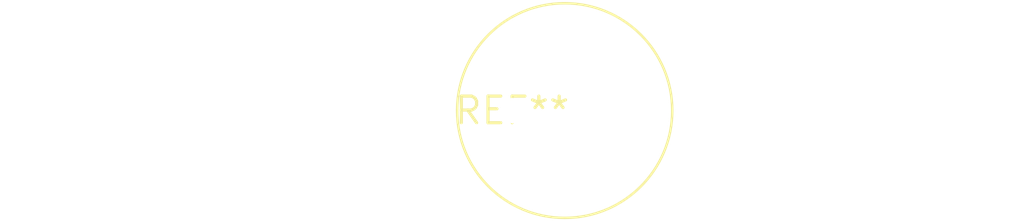
<source format=kicad_pcb>
(kicad_pcb (version 20240108) (generator pcbnew)
  (layers (0 "F.Cu" signal) (31 "B.Cu" signal) (34 "B.Paste" user) (35 "F.Paste" user) (36 "B.SilkS" user "B.Silkscreen") (37 "F.SilkS" user "F.Silkscreen") (38 "B.Mask" user) (39 "F.Mask" user) (44 "Edge.Cuts" user))
  (net 0 "")
  (footprint "L_Radial_D10.0mm_P5.00mm_Neosid_SD12k_style3" (layer "F.Cu") (at 0 0)
    (property "Reference" "REF**")
    (property "Value" "L_Radial_D10.0mm_P5.00mm_Neosid_SD12k_style3")
    (fp_circle (center 2.5 0) (end 7.62 0) (layer "F.SilkS") (stroke (width 0.12)) (fill none))
    (pad "1" thru_hole circle (at 0 0) (size 2.4 2.4) (drill 1.2) (layers *.Cu *.Mask) (remove_unused_layers))
    (pad "2" thru_hole circle (at 5 0) (size 2.4 2.4) (drill 1.2) (layers *.Cu *.Mask) (remove_unused_layers))
  )
)
</source>
